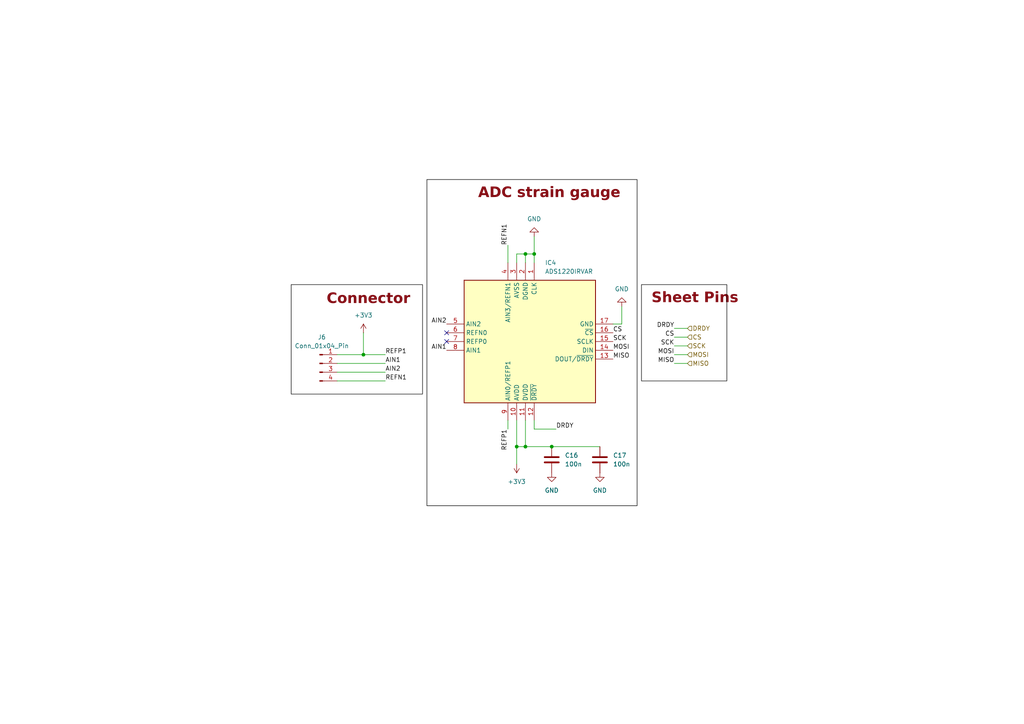
<source format=kicad_sch>
(kicad_sch (version 20250114) (generator "eeschema") (generator_version "9.0")
  (paper "A4")
  (lib_symbols
    (symbol "Connector:Conn_01x04_Pin" (pin_names (offset 1.016) (hide yes))
      (property "Reference" "J" (at 0 5.08 0))
      (property "Value" "Conn_01x04_Pin" (at 0 -7.62 0))
      (symbol "Conn_01x04_Pin_1_1"
        (rectangle (start 0.8636 2.667) (end 0 2.413) (stroke (width 0.1524)) (fill (type outline)))
        (rectangle (start 0.8636 0.127) (end 0 -0.127) (stroke (width 0.1524)) (fill (type outline)))
        (rectangle (start 0.8636 -2.413) (end 0 -2.667) (stroke (width 0.1524)) (fill (type outline)))
        (rectangle (start 0.8636 -4.953) (end 0 -5.207) (stroke (width 0.1524)) (fill (type outline)))
        (polyline (pts (xy 1.27 2.54) (xy 0.8636 2.54)) (stroke (width 0.1524)))
        (polyline (pts (xy 1.27 0) (xy 0.8636 0)) (stroke (width 0.1524)))
        (polyline (pts (xy 1.27 -2.54) (xy 0.8636 -2.54)) (stroke (width 0.1524)))
        (polyline (pts (xy 1.27 -5.08) (xy 0.8636 -5.08)) (stroke (width 0.1524)))
        (pin passive line (at 5.08 2.54 180) (length 3.81) (name "Pin_1") (number "1"))
        (pin passive line (at 5.08 0 180) (length 3.81) (name "Pin_2") (number "2"))
        (pin passive line (at 5.08 -2.54 180) (length 3.81) (name "Pin_3") (number "3"))
        (pin passive line (at 5.08 -5.08 180) (length 3.81) (name "Pin_4") (number "4"))
      )
    )
    (symbol "Device:C" (pin_numbers (hide yes)) (pin_names (offset 0.254))
      (property "Reference" "C" (at 0.635 2.54 0))
      (property "Value" "C" (at 0.635 -2.54 0))
      (symbol "C_0_1"
        (polyline (pts (xy -2.032 0.762) (xy 2.032 0.762)) (stroke (width 0.508)))
        (polyline (pts (xy -2.032 -0.762) (xy 2.032 -0.762)) (stroke (width 0.508)))
      )
      (symbol "C_1_1"
        (pin passive line (at 0 3.81 270) (length 2.794) (name "~") (number "1"))
        (pin passive line (at 0 -3.81 90) (length 2.794) (name "~") (number "2"))
      )
    )
    (symbol "Symbols:ADS1220IRVAR"
      (property "Reference" "IC" (at 41.91 22.86 0))
      (property "Value" "ADS1220IRVAR" (at 41.91 20.32 0))
      (symbol "ADS1220IRVAR_1_1"
        (rectangle (start 5.08 17.78) (end 40.64 -20.32) (stroke (width 0.254)) (fill (type background)))
        (pin passive line (at 0 0 0) (length 5.08) (name "CLK") (number "1"))
        (pin passive line (at 0 -2.54 0) (length 5.08) (name "DGND") (number "2"))
        (pin passive line (at 0 -5.08 0) (length 5.08) (name "AVSS") (number "3"))
        (pin passive line (at 0 -7.62 0) (length 5.08) (name "AIN3/REFN1") (number "4"))
        (pin passive line (at 17.78 22.86 270) (length 5.08) (name "GND") (number "17"))
        (pin passive line (at 17.78 -25.4 90) (length 5.08) (name "AIN2") (number "5"))
        (pin passive line (at 20.32 22.86 270) (length 5.08) (name "~{CS}") (number "16"))
        (pin passive line (at 20.32 -25.4 90) (length 5.08) (name "REFN0") (number "6"))
        (pin passive line (at 22.86 22.86 270) (length 5.08) (name "SCLK") (number "15"))
        (pin passive line (at 22.86 -25.4 90) (length 5.08) (name "REFP0") (number "7"))
        (pin passive line (at 25.4 22.86 270) (length 5.08) (name "DIN") (number "14"))
        (pin passive line (at 25.4 -25.4 90) (length 5.08) (name "AIN1") (number "8"))
        (pin passive line (at 27.94 22.86 270) (length 5.08) (name "DOUT/~{DRDY}") (number "13"))
        (pin passive line (at 45.72 0 180) (length 5.08) (name "~{DRDY}") (number "12"))
        (pin passive line (at 45.72 -2.54 180) (length 5.08) (name "DVDD") (number "11"))
        (pin passive line (at 45.72 -5.08 180) (length 5.08) (name "AVDD") (number "10"))
        (pin passive line (at 45.72 -7.62 180) (length 5.08) (name "AIN0/REFP1") (number "9"))
      )
    )
    (symbol "power:+3V3" (power) (pin_numbers (hide yes)) (pin_names (offset 0) (hide yes))
      (property "Value" "+3V3" (at 0 3.556 0))
      (symbol "+3V3_0_1"
        (polyline (pts (xy -0.762 1.27) (xy 0 2.54)))
        (polyline (pts (xy 0 2.54) (xy 0.762 1.27)))
        (polyline (pts (xy 0 0) (xy 0 2.54)))
      )
      (symbol "+3V3_1_1"
        (pin power_in line (at 0 0 90) (length 0) (name "~") (number "1"))
      )
    )
    (symbol "power:GND" (power) (pin_numbers (hide yes)) (pin_names (offset 0) (hide yes))
      (property "Value" "GND" (at 0 -3.81 0))
      (symbol "GND_0_1"
        (polyline (pts (xy 0 0) (xy 0 -1.27) (xy 1.27 -1.27) (xy 0 -2.54) (xy -1.27 -1.27) (xy 0 -1.27)))
      )
      (symbol "GND_1_1"
        (pin power_in line (at 0 0 270) (length 0) (name "~") (number "1"))
      )
    )
  )
  (rectangle (start 123.825 52.07) (end 184.785 146.685) (stroke (width 0) (color 0 0 0 1)))
  (rectangle (start 84.455 82.55) (end 122.555 114.3) (stroke (width 0) (color 0 0 0 1)))
  (rectangle (start 186.055 82.55) (end 210.82 110.49) (stroke (width 0) (color 0 0 0 1)))
  (text "ADC strain gauge" (at 138.684 58.674 0) (effects (font (size 3 3) (thickness 0.6) (bold yes)) (justify left bottom)))
  (text "Sheet Pins" (at 188.976 89.154 0) (effects (font (size 3 3) (thickness 0.6) (bold yes)) (justify left bottom)))
  (text "Connector" (at 94.742 89.408 0) (effects (font (size 3 3) (thickness 0.6) (bold yes)) (justify left bottom)))
  (junction (at 105.41 102.87))
  (junction (at 152.4 73.66))
  (junction (at 154.94 73.66))
  (junction (at 152.4 129.54))
  (junction (at 160.02 129.54))
  (junction (at 149.86 129.54))
  (no_connect (at 129.54 99.06))
  (no_connect (at 129.54 96.52))
  (wire (pts (xy 160.02 129.54) (xy 173.99 129.54)))
  (wire (pts (xy 149.86 76.2) (xy 149.86 73.66)))
  (wire (pts (xy 195.58 105.41) (xy 199.39 105.41)))
  (wire (pts (xy 152.4 129.54) (xy 160.02 129.54)))
  (wire (pts (xy 180.34 93.98) (xy 180.34 88.9)))
  (wire (pts (xy 149.86 121.92) (xy 149.86 129.54)))
  (wire (pts (xy 105.41 102.87) (xy 97.79 102.87)))
  (wire (pts (xy 111.76 102.87) (xy 105.41 102.87)))
  (wire (pts (xy 195.58 95.25) (xy 199.39 95.25)))
  (wire (pts (xy 152.4 121.92) (xy 152.4 129.54)))
  (wire (pts (xy 152.4 129.54) (xy 149.86 129.54)))
  (wire (pts (xy 195.58 100.33) (xy 199.39 100.33)))
  (wire (pts (xy 161.29 124.46) (xy 154.94 124.46)))
  (wire (pts (xy 195.58 97.79) (xy 199.39 97.79)))
  (wire (pts (xy 154.94 68.58) (xy 154.94 73.66)))
  (wire (pts (xy 154.94 73.66) (xy 154.94 76.2)))
  (wire (pts (xy 97.79 107.95) (xy 111.76 107.95)))
  (wire (pts (xy 177.8 93.98) (xy 180.34 93.98)))
  (wire (pts (xy 149.86 134.62) (xy 149.86 129.54)))
  (wire (pts (xy 97.79 110.49) (xy 111.76 110.49)))
  (wire (pts (xy 111.76 105.41) (xy 97.79 105.41)))
  (wire (pts (xy 147.32 124.46) (xy 147.32 121.92)))
  (wire (pts (xy 147.32 71.12) (xy 147.32 76.2)))
  (wire (pts (xy 152.4 73.66) (xy 152.4 76.2)))
  (wire (pts (xy 105.41 96.52) (xy 105.41 102.87)))
  (wire (pts (xy 149.86 73.66) (xy 152.4 73.66)))
  (wire (pts (xy 154.94 73.66) (xy 152.4 73.66)))
  (wire (pts (xy 154.94 124.46) (xy 154.94 121.92)))
  (wire (pts (xy 195.58 102.87) (xy 199.39 102.87)))
  (label "MISO" (at 177.8 104.14 0))
  (label "CS" (at 195.58 97.79 180))
  (label "REFN1" (at 111.76 110.49 0))
  (label "MOSI" (at 195.58 102.87 180))
  (label "DRDY" (at 195.58 95.25 180))
  (label "REFN1" (at 147.32 71.12 90))
  (label "MOSI" (at 177.8 101.6 0))
  (label "AIN1" (at 129.54 101.6 180))
  (label "SCK" (at 177.8 99.06 0))
  (label "AIN2" (at 111.76 107.95 0))
  (label "REFP1" (at 111.76 102.87 0))
  (label "CS" (at 177.8 96.52 0))
  (label "DRDY" (at 161.29 124.46 0))
  (label "AIN1" (at 111.76 105.41 0))
  (label "AIN2" (at 129.54 93.98 180))
  (label "REFP1" (at 147.32 124.46 270))
  (label "SCK" (at 195.58 100.33 180))
  (label "MISO" (at 195.58 105.41 180))
  (hierarchical_label "MOSI" (shape input) (at 199.39 102.87 0))
  (hierarchical_label "MISO" (shape input) (at 199.39 105.41 0))
  (hierarchical_label "DRDY" (shape input) (at 199.39 95.25 0))
  (hierarchical_label "CS" (shape input) (at 199.39 97.79 0))
  (hierarchical_label "SCK" (shape input) (at 199.39 100.33 0))
  (symbol (lib_id "power:GND") (at 173.99 137.16 0) (unit 1)
    (property "Reference" "#PWR055" (effects (hide yes)))
    (property "Value" "GND" (at 173.99 142.24 0))
    (property "Description" "Power symbol creates a global label with name \"GND\" , ground" (effects (hide yes)))
  )
  (symbol (lib_id "Connector:Conn_01x04_Pin") (at 92.71 105.41 0) (unit 1) (in_bom no)
    (property "Reference" "J6" (at 93.345 97.79 0))
    (property "Value" "Conn_01x04_Pin" (at 93.345 100.33 0))
    (property "Footprint" "Footprints:Conn_4pin_1mm_2mm" (effects (hide yes)))
    (property "Description" "Generic connector, single row, 01x04, script generated" (effects (hide yes)))
  )
  (symbol (lib_id "power:+3V3") (at 149.86 134.62 180) (unit 1)
    (property "Reference" "#PWR052" (effects (hide yes)))
    (property "Value" "+3V3" (at 149.86 139.7 0))
    (property "Description" "Power symbol creates a global label with name \"+3V3\"" (effects (hide yes)))
  )
  (symbol (lib_id "Device:C") (at 173.99 133.35 0) (unit 1)
    (property "Reference" "C17" (at 177.8 132.0799 0) (effects (justify left)))
    (property "Value" "100n" (at 177.8 134.6199 0) (effects (justify left)))
    (property "Footprint" "Capacitor_SMD:C_0201_0603Metric" (effects (hide yes)))
    (property "Description" "Unpolarized capacitor" (effects (hide yes)))
    (property "MPN" "CL03A104KP3NNNC" (effects (hide yes)))
  )
  (symbol (lib_id "power:+3V3") (at 105.41 96.52 0) (unit 1)
    (property "Reference" "#PWR051" (effects (hide yes)))
    (property "Value" "+3V3" (at 105.41 91.44 0))
    (property "Description" "Power symbol creates a global label with name \"+3V3\"" (effects (hide yes)))
  )
  (symbol (lib_id "Device:C") (at 160.02 133.35 0) (unit 1)
    (property "Reference" "C16" (at 163.83 132.0799 0) (effects (justify left)))
    (property "Value" "100n" (at 163.83 134.6199 0) (effects (justify left)))
    (property "Footprint" "Capacitor_SMD:C_0201_0603Metric" (effects (hide yes)))
    (property "Description" "Unpolarized capacitor" (effects (hide yes)))
    (property "MPN" "CL03A104KP3NNNC" (effects (hide yes)))
  )
  (symbol (lib_id "power:GND") (at 154.94 68.58 180) (unit 1)
    (property "Reference" "#PWR053" (effects (hide yes)))
    (property "Value" "GND" (at 154.94 63.5 0))
    (property "Description" "Power symbol creates a global label with name \"GND\" , ground" (effects (hide yes)))
  )
  (symbol (lib_id "Symbols:ADS1220IRVAR") (at 154.94 76.2 270) (unit 1)
    (property "Reference" "IC4" (at 158.0581 76.2 90) (effects (justify left)))
    (property "Value" "ADS1220IRVAR" (at 158.0581 78.74 90) (effects (justify left)))
    (property "Footprint" "Footprints:QFN50P350X350X100-17N-D" (effects (hide yes)))
    (property "Datasheet" "http://www.ti.com/lit/ds/symlink/ads1220.pdf" (effects (hide yes)))
    (property "Description" "24-bit, 2-kSPS, 4-ch, low-power, small-size delta-sigma ADC w/ PGA, VREF, 2x IDACs & SPI interface" (effects (hide yes)))
    (property "Height" "1" (effects (hide yes)))
    (property "Mouser Part Number" "595-ADS1220IRVAR" (effects (hide yes)))
    (property "Mouser Price/Stock" "https://www.mouser.co.uk/ProductDetail/Texas-Instruments/ADS1220IRVAR?qs=5GI1giJCN%252BLdhhbryxXlqQ%3D%3D" (effects (hide yes)))
    (property "Manufacturer_Name" "Texas Instruments" (effects (hide yes)))
    (property "MPN" "ADS1220IRVAR" (effects (hide yes)))
    (property "Digikey" "296-48475-2-ND" (effects (hide yes)))
    (property "Mouser" "595-ADS1220IRVAR " (effects (hide yes)))
  )
  (symbol (lib_id "power:GND") (at 160.02 137.16 0) (unit 1)
    (property "Reference" "#PWR050" (effects (hide yes)))
    (property "Value" "GND" (at 160.02 142.24 0))
    (property "Description" "Power symbol creates a global label with name \"GND\" , ground" (effects (hide yes)))
  )
  (symbol (lib_id "power:GND") (at 180.34 88.9 180) (unit 1)
    (property "Reference" "#PWR054" (effects (hide yes)))
    (property "Value" "GND" (at 180.34 83.82 0))
    (property "Description" "Power symbol creates a global label with name \"GND\" , ground" (effects (hide yes)))
  )
)
</source>
